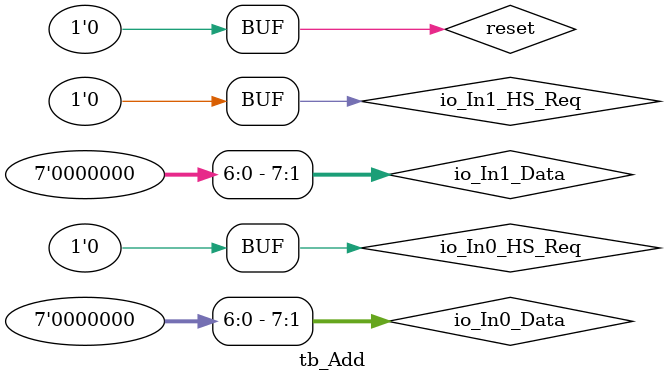
<source format=v>
`timescale 1ns / 1ps


module tb_Add();

	reg					reset, io_In0_HS_Req, io_In1_HS_Req;
	reg			[7:0] 	io_In0_Data, io_In1_Data;
	wire		[7:0] 	io_Out_Data;

Add		uut(
	0,
	reset,
	io_In0_HS_Req,
	io_In0_HS_Ack,
	io_In0_Data,
	io_In1_HS_Req,
	io_In1_HS_Ack,
	io_In1_Data,
	io_Out_HS_Req,
	io_Out_HS_Ack,
	io_Out_Data
);

	initial begin
	reset = 0;
	io_In0_HS_Req = 0;
	io_In1_HS_Req = 0;
	io_In0_Data = 0;
	io_In1_Data = 0;
	#100;
	reset = 1;
	#100;
	reset = 0;
	#100;
	repeat(16)
		begin
		io_In0_HS_Req = ~io_In0_HS_Req;
		io_In1_HS_Req = ~io_In1_HS_Req;
		io_In0_Data = $random;
		io_In1_Data = $random;
		#100;
		if(io_Out_Data == (io_In0_Data+io_In1_Data))
			$display("Test successed!");
		else
			$display("Test failed!");
		end
	end
	
	assign	#5 io_Out_HS_Ack = io_Out_HS_Req;

endmodule

</source>
